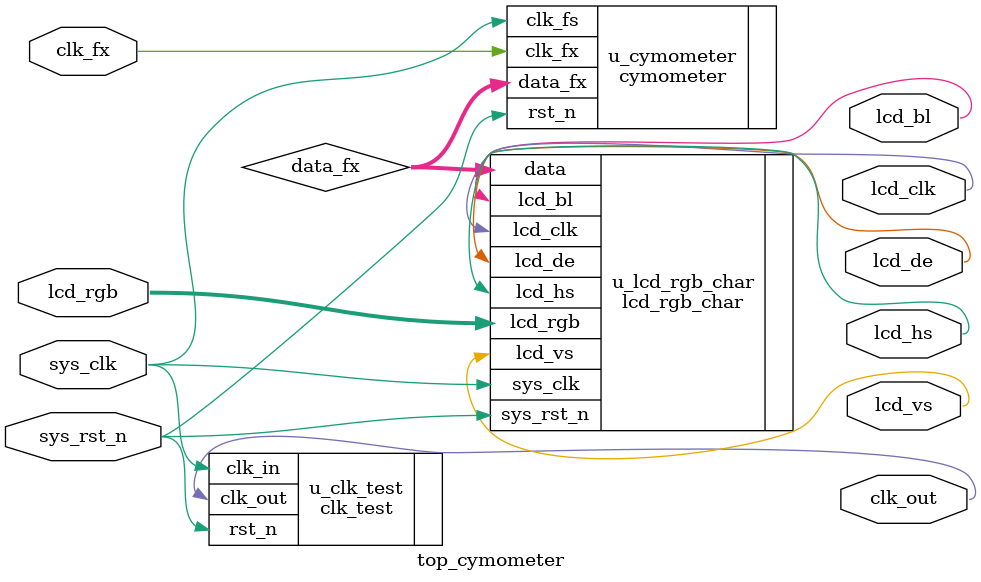
<source format=v>

module top_cymometer(
    //system clock
    input              sys_clk  ,    // Ê±ÖÓÐÅºÅ
    input              sys_rst_n,    // ¸´Î»ÐÅºÅ

    //cymometer interface
    input              clk_fx   ,    // ±»²âÊ±ÖÓ
    output             clk_out  ,    // Êä³öÊ±ÖÓ

	//RGB LCD½Ó¿Ú 
	output             lcd_hs  ,     //LCD ÐÐÍ¬²½ÐÅºÅ
	output             lcd_vs  ,     //LCD ³¡Í¬²½ÐÅºÅ
	output             lcd_de  ,     //LCD Êý¾ÝÊäÈëÊ¹ÄÜ
	inout      [23:0]  lcd_rgb ,     //LCD RGB565ÑÕÉ«Êý¾Ý
	output             lcd_bl  ,     //LCD ±³¹â¿ØÖÆÐÅºÅ
	output             lcd_clk      //LCD ²ÉÑùÊ±ÖÓ
	
);

//parameter define
parameter    CLK_FS = 26'd50000000;  // »ù×¼Ê±ÖÓÆµÂÊÖµ

//wire define
wire    [19:0]       data_fx;        // ±»²âÐÅºÅ²âÁ¿Öµ

//*****************************************************
//**                    main code
//*****************************************************

//Àý»¯µÈ¾«¶ÈÆµÂÊ¼ÆÄ£¿é
cymometer #(.CLK_FS(CLK_FS)              // »ù×¼Ê±ÖÓÆµÂÊÖµ
) u_cymometer(
    //system clock
    .clk_fs      (sys_clk  ),            // »ù×¼Ê±ÖÓÐÅºÅ
    .rst_n       (sys_rst_n),            // ¸´Î»ÐÅºÅ
    //cymometer interface
    .clk_fx      (clk_fx   ),            // ±»²âÊ±ÖÓÐÅºÅ
    .data_fx     (data_fx  )             // ±»²âÊ±ÖÓÆµÂÊÊä³ö
);
    
//Àý»¯²âÊÔÊ±ÖÓÄ£¿é£¬²úÉú²âÊÔÊ±ÖÓ
clk_test #(.DIV_N(7'd100)                // ·ÖÆµÏµÊý
) u_clk_test(
    //Ô´Ê±ÖÓ
    .clk_in      (sys_clk  ),            // ÊäÈëÊ±ÖÓ
    .rst_n       (sys_rst_n),            // ¸´Î»ÐÅºÅ
    //·ÖÆµºóµÄÊ±ÖÓ
    .clk_out     (clk_out  )             // ²âÊÔÊ±ÖÓ
);

//Àý»¯LCDÏÔÊ¾Ä£¿é
lcd_rgb_char  u_lcd_rgb_char
(
   .sys_clk    (sys_clk),
   .sys_rst_n  (sys_rst_n),
   .data       (data_fx),
   //RGB LCD½Ó¿Ú 
   .lcd_hs     (lcd_hs),       //LCD ÐÐÍ¬²½ÐÅºÅ
   .lcd_vs     (lcd_vs),       //LCD ³¡Í¬²½ÐÅºÅ
   .lcd_de     (lcd_de),       //LCD Êý¾ÝÊäÈëÊ¹ÄÜ
   .lcd_rgb    (lcd_rgb),      //LCD RGB565ÑÕÉ«Êý¾Ý
   .lcd_bl     (lcd_bl),       //LCD ±³¹â¿ØÖÆÐÅºÅ
   .lcd_clk    (lcd_clk)      //LCD ²ÉÑùÊ±ÖÓ
);

endmodule
</source>
